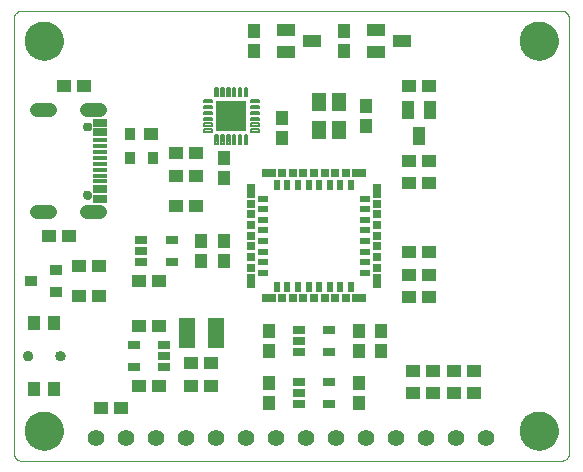
<source format=gts>
G75*
%MOIN*%
%OFA0B0*%
%FSLAX25Y25*%
%IPPOS*%
%LPD*%
%AMOC8*
5,1,8,0,0,1.08239X$1,22.5*
%
%ADD10C,0.00000*%
%ADD11C,0.12998*%
%ADD12R,0.04337X0.04731*%
%ADD13R,0.04731X0.04337*%
%ADD14C,0.05550*%
%ADD15R,0.03550X0.03943*%
%ADD16R,0.05124X0.03943*%
%ADD17R,0.03707X0.02369*%
%ADD18R,0.02369X0.03707*%
%ADD19R,0.02959X0.04731*%
%ADD20R,0.02959X0.02959*%
%ADD21R,0.04731X0.02959*%
%ADD22R,0.05518X0.10439*%
%ADD23R,0.04337X0.05124*%
%ADD24C,0.03353*%
%ADD25R,0.05912X0.04337*%
%ADD26R,0.04337X0.05912*%
%ADD27R,0.04337X0.02565*%
%ADD28R,0.05124X0.06306*%
%ADD29C,0.00751*%
%ADD30R,0.09849X0.09849*%
%ADD31C,0.04762*%
%ADD32C,0.02959*%
%ADD33R,0.04928X0.02762*%
%ADD34R,0.04928X0.01581*%
%ADD35R,0.03943X0.03550*%
D10*
X0005343Y0035785D02*
X0185343Y0035785D01*
X0185441Y0035787D01*
X0185539Y0035793D01*
X0185637Y0035802D01*
X0185734Y0035816D01*
X0185831Y0035833D01*
X0185927Y0035854D01*
X0186022Y0035879D01*
X0186116Y0035907D01*
X0186208Y0035940D01*
X0186300Y0035975D01*
X0186390Y0036015D01*
X0186478Y0036057D01*
X0186565Y0036104D01*
X0186649Y0036153D01*
X0186732Y0036206D01*
X0186812Y0036262D01*
X0186891Y0036322D01*
X0186967Y0036384D01*
X0187040Y0036449D01*
X0187111Y0036517D01*
X0187179Y0036588D01*
X0187244Y0036661D01*
X0187306Y0036737D01*
X0187366Y0036816D01*
X0187422Y0036896D01*
X0187475Y0036979D01*
X0187524Y0037063D01*
X0187571Y0037150D01*
X0187613Y0037238D01*
X0187653Y0037328D01*
X0187688Y0037420D01*
X0187721Y0037512D01*
X0187749Y0037606D01*
X0187774Y0037701D01*
X0187795Y0037797D01*
X0187812Y0037894D01*
X0187826Y0037991D01*
X0187835Y0038089D01*
X0187841Y0038187D01*
X0187843Y0038285D01*
X0187843Y0183285D01*
X0187841Y0183383D01*
X0187835Y0183481D01*
X0187826Y0183579D01*
X0187812Y0183676D01*
X0187795Y0183773D01*
X0187774Y0183869D01*
X0187749Y0183964D01*
X0187721Y0184058D01*
X0187688Y0184150D01*
X0187653Y0184242D01*
X0187613Y0184332D01*
X0187571Y0184420D01*
X0187524Y0184507D01*
X0187475Y0184591D01*
X0187422Y0184674D01*
X0187366Y0184754D01*
X0187306Y0184833D01*
X0187244Y0184909D01*
X0187179Y0184982D01*
X0187111Y0185053D01*
X0187040Y0185121D01*
X0186967Y0185186D01*
X0186891Y0185248D01*
X0186812Y0185308D01*
X0186732Y0185364D01*
X0186649Y0185417D01*
X0186565Y0185466D01*
X0186478Y0185513D01*
X0186390Y0185555D01*
X0186300Y0185595D01*
X0186208Y0185630D01*
X0186116Y0185663D01*
X0186022Y0185691D01*
X0185927Y0185716D01*
X0185831Y0185737D01*
X0185734Y0185754D01*
X0185637Y0185768D01*
X0185539Y0185777D01*
X0185441Y0185783D01*
X0185343Y0185785D01*
X0005343Y0185785D01*
X0005245Y0185783D01*
X0005147Y0185777D01*
X0005049Y0185768D01*
X0004952Y0185754D01*
X0004855Y0185737D01*
X0004759Y0185716D01*
X0004664Y0185691D01*
X0004570Y0185663D01*
X0004478Y0185630D01*
X0004386Y0185595D01*
X0004296Y0185555D01*
X0004208Y0185513D01*
X0004121Y0185466D01*
X0004037Y0185417D01*
X0003954Y0185364D01*
X0003874Y0185308D01*
X0003795Y0185248D01*
X0003719Y0185186D01*
X0003646Y0185121D01*
X0003575Y0185053D01*
X0003507Y0184982D01*
X0003442Y0184909D01*
X0003380Y0184833D01*
X0003320Y0184754D01*
X0003264Y0184674D01*
X0003211Y0184591D01*
X0003162Y0184507D01*
X0003115Y0184420D01*
X0003073Y0184332D01*
X0003033Y0184242D01*
X0002998Y0184150D01*
X0002965Y0184058D01*
X0002937Y0183964D01*
X0002912Y0183869D01*
X0002891Y0183773D01*
X0002874Y0183676D01*
X0002860Y0183579D01*
X0002851Y0183481D01*
X0002845Y0183383D01*
X0002843Y0183285D01*
X0002843Y0038285D01*
X0002845Y0038187D01*
X0002851Y0038089D01*
X0002860Y0037991D01*
X0002874Y0037894D01*
X0002891Y0037797D01*
X0002912Y0037701D01*
X0002937Y0037606D01*
X0002965Y0037512D01*
X0002998Y0037420D01*
X0003033Y0037328D01*
X0003073Y0037238D01*
X0003115Y0037150D01*
X0003162Y0037063D01*
X0003211Y0036979D01*
X0003264Y0036896D01*
X0003320Y0036816D01*
X0003380Y0036737D01*
X0003442Y0036661D01*
X0003507Y0036588D01*
X0003575Y0036517D01*
X0003646Y0036449D01*
X0003719Y0036384D01*
X0003795Y0036322D01*
X0003874Y0036262D01*
X0003954Y0036206D01*
X0004037Y0036153D01*
X0004121Y0036104D01*
X0004208Y0036057D01*
X0004296Y0036015D01*
X0004386Y0035975D01*
X0004478Y0035940D01*
X0004570Y0035907D01*
X0004664Y0035879D01*
X0004759Y0035854D01*
X0004855Y0035833D01*
X0004952Y0035816D01*
X0005049Y0035802D01*
X0005147Y0035793D01*
X0005245Y0035787D01*
X0005343Y0035785D01*
X0006544Y0045785D02*
X0006546Y0045943D01*
X0006552Y0046101D01*
X0006562Y0046259D01*
X0006576Y0046417D01*
X0006594Y0046574D01*
X0006615Y0046731D01*
X0006641Y0046887D01*
X0006671Y0047043D01*
X0006704Y0047198D01*
X0006742Y0047351D01*
X0006783Y0047504D01*
X0006828Y0047656D01*
X0006877Y0047807D01*
X0006930Y0047956D01*
X0006986Y0048104D01*
X0007046Y0048250D01*
X0007110Y0048395D01*
X0007178Y0048538D01*
X0007249Y0048680D01*
X0007323Y0048820D01*
X0007401Y0048957D01*
X0007483Y0049093D01*
X0007567Y0049227D01*
X0007656Y0049358D01*
X0007747Y0049487D01*
X0007842Y0049614D01*
X0007939Y0049739D01*
X0008040Y0049861D01*
X0008144Y0049980D01*
X0008251Y0050097D01*
X0008361Y0050211D01*
X0008474Y0050322D01*
X0008589Y0050431D01*
X0008707Y0050536D01*
X0008828Y0050638D01*
X0008951Y0050738D01*
X0009077Y0050834D01*
X0009205Y0050927D01*
X0009335Y0051017D01*
X0009468Y0051103D01*
X0009603Y0051187D01*
X0009739Y0051266D01*
X0009878Y0051343D01*
X0010019Y0051415D01*
X0010161Y0051485D01*
X0010305Y0051550D01*
X0010451Y0051612D01*
X0010598Y0051670D01*
X0010747Y0051725D01*
X0010897Y0051776D01*
X0011048Y0051823D01*
X0011200Y0051866D01*
X0011353Y0051905D01*
X0011508Y0051941D01*
X0011663Y0051972D01*
X0011819Y0052000D01*
X0011975Y0052024D01*
X0012132Y0052044D01*
X0012290Y0052060D01*
X0012447Y0052072D01*
X0012606Y0052080D01*
X0012764Y0052084D01*
X0012922Y0052084D01*
X0013080Y0052080D01*
X0013239Y0052072D01*
X0013396Y0052060D01*
X0013554Y0052044D01*
X0013711Y0052024D01*
X0013867Y0052000D01*
X0014023Y0051972D01*
X0014178Y0051941D01*
X0014333Y0051905D01*
X0014486Y0051866D01*
X0014638Y0051823D01*
X0014789Y0051776D01*
X0014939Y0051725D01*
X0015088Y0051670D01*
X0015235Y0051612D01*
X0015381Y0051550D01*
X0015525Y0051485D01*
X0015667Y0051415D01*
X0015808Y0051343D01*
X0015947Y0051266D01*
X0016083Y0051187D01*
X0016218Y0051103D01*
X0016351Y0051017D01*
X0016481Y0050927D01*
X0016609Y0050834D01*
X0016735Y0050738D01*
X0016858Y0050638D01*
X0016979Y0050536D01*
X0017097Y0050431D01*
X0017212Y0050322D01*
X0017325Y0050211D01*
X0017435Y0050097D01*
X0017542Y0049980D01*
X0017646Y0049861D01*
X0017747Y0049739D01*
X0017844Y0049614D01*
X0017939Y0049487D01*
X0018030Y0049358D01*
X0018119Y0049227D01*
X0018203Y0049093D01*
X0018285Y0048957D01*
X0018363Y0048820D01*
X0018437Y0048680D01*
X0018508Y0048538D01*
X0018576Y0048395D01*
X0018640Y0048250D01*
X0018700Y0048104D01*
X0018756Y0047956D01*
X0018809Y0047807D01*
X0018858Y0047656D01*
X0018903Y0047504D01*
X0018944Y0047351D01*
X0018982Y0047198D01*
X0019015Y0047043D01*
X0019045Y0046887D01*
X0019071Y0046731D01*
X0019092Y0046574D01*
X0019110Y0046417D01*
X0019124Y0046259D01*
X0019134Y0046101D01*
X0019140Y0045943D01*
X0019142Y0045785D01*
X0019140Y0045627D01*
X0019134Y0045469D01*
X0019124Y0045311D01*
X0019110Y0045153D01*
X0019092Y0044996D01*
X0019071Y0044839D01*
X0019045Y0044683D01*
X0019015Y0044527D01*
X0018982Y0044372D01*
X0018944Y0044219D01*
X0018903Y0044066D01*
X0018858Y0043914D01*
X0018809Y0043763D01*
X0018756Y0043614D01*
X0018700Y0043466D01*
X0018640Y0043320D01*
X0018576Y0043175D01*
X0018508Y0043032D01*
X0018437Y0042890D01*
X0018363Y0042750D01*
X0018285Y0042613D01*
X0018203Y0042477D01*
X0018119Y0042343D01*
X0018030Y0042212D01*
X0017939Y0042083D01*
X0017844Y0041956D01*
X0017747Y0041831D01*
X0017646Y0041709D01*
X0017542Y0041590D01*
X0017435Y0041473D01*
X0017325Y0041359D01*
X0017212Y0041248D01*
X0017097Y0041139D01*
X0016979Y0041034D01*
X0016858Y0040932D01*
X0016735Y0040832D01*
X0016609Y0040736D01*
X0016481Y0040643D01*
X0016351Y0040553D01*
X0016218Y0040467D01*
X0016083Y0040383D01*
X0015947Y0040304D01*
X0015808Y0040227D01*
X0015667Y0040155D01*
X0015525Y0040085D01*
X0015381Y0040020D01*
X0015235Y0039958D01*
X0015088Y0039900D01*
X0014939Y0039845D01*
X0014789Y0039794D01*
X0014638Y0039747D01*
X0014486Y0039704D01*
X0014333Y0039665D01*
X0014178Y0039629D01*
X0014023Y0039598D01*
X0013867Y0039570D01*
X0013711Y0039546D01*
X0013554Y0039526D01*
X0013396Y0039510D01*
X0013239Y0039498D01*
X0013080Y0039490D01*
X0012922Y0039486D01*
X0012764Y0039486D01*
X0012606Y0039490D01*
X0012447Y0039498D01*
X0012290Y0039510D01*
X0012132Y0039526D01*
X0011975Y0039546D01*
X0011819Y0039570D01*
X0011663Y0039598D01*
X0011508Y0039629D01*
X0011353Y0039665D01*
X0011200Y0039704D01*
X0011048Y0039747D01*
X0010897Y0039794D01*
X0010747Y0039845D01*
X0010598Y0039900D01*
X0010451Y0039958D01*
X0010305Y0040020D01*
X0010161Y0040085D01*
X0010019Y0040155D01*
X0009878Y0040227D01*
X0009739Y0040304D01*
X0009603Y0040383D01*
X0009468Y0040467D01*
X0009335Y0040553D01*
X0009205Y0040643D01*
X0009077Y0040736D01*
X0008951Y0040832D01*
X0008828Y0040932D01*
X0008707Y0041034D01*
X0008589Y0041139D01*
X0008474Y0041248D01*
X0008361Y0041359D01*
X0008251Y0041473D01*
X0008144Y0041590D01*
X0008040Y0041709D01*
X0007939Y0041831D01*
X0007842Y0041956D01*
X0007747Y0042083D01*
X0007656Y0042212D01*
X0007567Y0042343D01*
X0007483Y0042477D01*
X0007401Y0042613D01*
X0007323Y0042750D01*
X0007249Y0042890D01*
X0007178Y0043032D01*
X0007110Y0043175D01*
X0007046Y0043320D01*
X0006986Y0043466D01*
X0006930Y0043614D01*
X0006877Y0043763D01*
X0006828Y0043914D01*
X0006783Y0044066D01*
X0006742Y0044219D01*
X0006704Y0044372D01*
X0006671Y0044527D01*
X0006641Y0044683D01*
X0006615Y0044839D01*
X0006594Y0044996D01*
X0006576Y0045153D01*
X0006562Y0045311D01*
X0006552Y0045469D01*
X0006546Y0045627D01*
X0006544Y0045785D01*
X0005953Y0070785D02*
X0005955Y0070862D01*
X0005961Y0070938D01*
X0005971Y0071014D01*
X0005985Y0071089D01*
X0006002Y0071164D01*
X0006024Y0071237D01*
X0006049Y0071310D01*
X0006079Y0071381D01*
X0006111Y0071450D01*
X0006148Y0071517D01*
X0006187Y0071583D01*
X0006230Y0071646D01*
X0006277Y0071707D01*
X0006326Y0071766D01*
X0006379Y0071822D01*
X0006434Y0071875D01*
X0006492Y0071925D01*
X0006552Y0071972D01*
X0006615Y0072016D01*
X0006680Y0072057D01*
X0006747Y0072094D01*
X0006816Y0072128D01*
X0006886Y0072158D01*
X0006958Y0072184D01*
X0007032Y0072206D01*
X0007106Y0072225D01*
X0007181Y0072240D01*
X0007257Y0072251D01*
X0007333Y0072258D01*
X0007410Y0072261D01*
X0007486Y0072260D01*
X0007563Y0072255D01*
X0007639Y0072246D01*
X0007715Y0072233D01*
X0007789Y0072216D01*
X0007863Y0072196D01*
X0007936Y0072171D01*
X0008007Y0072143D01*
X0008077Y0072111D01*
X0008145Y0072076D01*
X0008211Y0072037D01*
X0008275Y0071995D01*
X0008336Y0071949D01*
X0008396Y0071900D01*
X0008452Y0071849D01*
X0008506Y0071794D01*
X0008557Y0071737D01*
X0008605Y0071677D01*
X0008650Y0071615D01*
X0008691Y0071550D01*
X0008729Y0071484D01*
X0008764Y0071416D01*
X0008794Y0071345D01*
X0008822Y0071274D01*
X0008845Y0071201D01*
X0008865Y0071127D01*
X0008881Y0071052D01*
X0008893Y0070976D01*
X0008901Y0070900D01*
X0008905Y0070823D01*
X0008905Y0070747D01*
X0008901Y0070670D01*
X0008893Y0070594D01*
X0008881Y0070518D01*
X0008865Y0070443D01*
X0008845Y0070369D01*
X0008822Y0070296D01*
X0008794Y0070225D01*
X0008764Y0070154D01*
X0008729Y0070086D01*
X0008691Y0070020D01*
X0008650Y0069955D01*
X0008605Y0069893D01*
X0008557Y0069833D01*
X0008506Y0069776D01*
X0008452Y0069721D01*
X0008396Y0069670D01*
X0008336Y0069621D01*
X0008275Y0069575D01*
X0008211Y0069533D01*
X0008145Y0069494D01*
X0008077Y0069459D01*
X0008007Y0069427D01*
X0007936Y0069399D01*
X0007863Y0069374D01*
X0007789Y0069354D01*
X0007715Y0069337D01*
X0007639Y0069324D01*
X0007563Y0069315D01*
X0007486Y0069310D01*
X0007410Y0069309D01*
X0007333Y0069312D01*
X0007257Y0069319D01*
X0007181Y0069330D01*
X0007106Y0069345D01*
X0007032Y0069364D01*
X0006958Y0069386D01*
X0006886Y0069412D01*
X0006816Y0069442D01*
X0006747Y0069476D01*
X0006680Y0069513D01*
X0006615Y0069554D01*
X0006552Y0069598D01*
X0006492Y0069645D01*
X0006434Y0069695D01*
X0006379Y0069748D01*
X0006326Y0069804D01*
X0006277Y0069863D01*
X0006230Y0069924D01*
X0006187Y0069987D01*
X0006148Y0070053D01*
X0006111Y0070120D01*
X0006079Y0070189D01*
X0006049Y0070260D01*
X0006024Y0070333D01*
X0006002Y0070406D01*
X0005985Y0070481D01*
X0005971Y0070556D01*
X0005961Y0070632D01*
X0005955Y0070708D01*
X0005953Y0070785D01*
X0016780Y0070785D02*
X0016782Y0070862D01*
X0016788Y0070938D01*
X0016798Y0071014D01*
X0016812Y0071089D01*
X0016829Y0071164D01*
X0016851Y0071237D01*
X0016876Y0071310D01*
X0016906Y0071381D01*
X0016938Y0071450D01*
X0016975Y0071517D01*
X0017014Y0071583D01*
X0017057Y0071646D01*
X0017104Y0071707D01*
X0017153Y0071766D01*
X0017206Y0071822D01*
X0017261Y0071875D01*
X0017319Y0071925D01*
X0017379Y0071972D01*
X0017442Y0072016D01*
X0017507Y0072057D01*
X0017574Y0072094D01*
X0017643Y0072128D01*
X0017713Y0072158D01*
X0017785Y0072184D01*
X0017859Y0072206D01*
X0017933Y0072225D01*
X0018008Y0072240D01*
X0018084Y0072251D01*
X0018160Y0072258D01*
X0018237Y0072261D01*
X0018313Y0072260D01*
X0018390Y0072255D01*
X0018466Y0072246D01*
X0018542Y0072233D01*
X0018616Y0072216D01*
X0018690Y0072196D01*
X0018763Y0072171D01*
X0018834Y0072143D01*
X0018904Y0072111D01*
X0018972Y0072076D01*
X0019038Y0072037D01*
X0019102Y0071995D01*
X0019163Y0071949D01*
X0019223Y0071900D01*
X0019279Y0071849D01*
X0019333Y0071794D01*
X0019384Y0071737D01*
X0019432Y0071677D01*
X0019477Y0071615D01*
X0019518Y0071550D01*
X0019556Y0071484D01*
X0019591Y0071416D01*
X0019621Y0071345D01*
X0019649Y0071274D01*
X0019672Y0071201D01*
X0019692Y0071127D01*
X0019708Y0071052D01*
X0019720Y0070976D01*
X0019728Y0070900D01*
X0019732Y0070823D01*
X0019732Y0070747D01*
X0019728Y0070670D01*
X0019720Y0070594D01*
X0019708Y0070518D01*
X0019692Y0070443D01*
X0019672Y0070369D01*
X0019649Y0070296D01*
X0019621Y0070225D01*
X0019591Y0070154D01*
X0019556Y0070086D01*
X0019518Y0070020D01*
X0019477Y0069955D01*
X0019432Y0069893D01*
X0019384Y0069833D01*
X0019333Y0069776D01*
X0019279Y0069721D01*
X0019223Y0069670D01*
X0019163Y0069621D01*
X0019102Y0069575D01*
X0019038Y0069533D01*
X0018972Y0069494D01*
X0018904Y0069459D01*
X0018834Y0069427D01*
X0018763Y0069399D01*
X0018690Y0069374D01*
X0018616Y0069354D01*
X0018542Y0069337D01*
X0018466Y0069324D01*
X0018390Y0069315D01*
X0018313Y0069310D01*
X0018237Y0069309D01*
X0018160Y0069312D01*
X0018084Y0069319D01*
X0018008Y0069330D01*
X0017933Y0069345D01*
X0017859Y0069364D01*
X0017785Y0069386D01*
X0017713Y0069412D01*
X0017643Y0069442D01*
X0017574Y0069476D01*
X0017507Y0069513D01*
X0017442Y0069554D01*
X0017379Y0069598D01*
X0017319Y0069645D01*
X0017261Y0069695D01*
X0017206Y0069748D01*
X0017153Y0069804D01*
X0017104Y0069863D01*
X0017057Y0069924D01*
X0017014Y0069987D01*
X0016975Y0070053D01*
X0016938Y0070120D01*
X0016906Y0070189D01*
X0016876Y0070260D01*
X0016851Y0070333D01*
X0016829Y0070406D01*
X0016812Y0070481D01*
X0016798Y0070556D01*
X0016788Y0070632D01*
X0016782Y0070708D01*
X0016780Y0070785D01*
X0026051Y0124407D02*
X0026053Y0124478D01*
X0026059Y0124549D01*
X0026069Y0124620D01*
X0026083Y0124689D01*
X0026100Y0124758D01*
X0026122Y0124826D01*
X0026147Y0124893D01*
X0026176Y0124958D01*
X0026208Y0125021D01*
X0026244Y0125083D01*
X0026283Y0125142D01*
X0026326Y0125199D01*
X0026371Y0125254D01*
X0026420Y0125306D01*
X0026471Y0125355D01*
X0026525Y0125401D01*
X0026582Y0125445D01*
X0026640Y0125485D01*
X0026701Y0125521D01*
X0026764Y0125555D01*
X0026829Y0125584D01*
X0026895Y0125610D01*
X0026963Y0125633D01*
X0027031Y0125651D01*
X0027101Y0125666D01*
X0027171Y0125677D01*
X0027242Y0125684D01*
X0027313Y0125687D01*
X0027384Y0125686D01*
X0027455Y0125681D01*
X0027526Y0125672D01*
X0027596Y0125659D01*
X0027665Y0125643D01*
X0027733Y0125622D01*
X0027800Y0125598D01*
X0027866Y0125570D01*
X0027929Y0125538D01*
X0027991Y0125503D01*
X0028051Y0125465D01*
X0028109Y0125423D01*
X0028164Y0125379D01*
X0028217Y0125331D01*
X0028267Y0125280D01*
X0028314Y0125227D01*
X0028358Y0125171D01*
X0028399Y0125113D01*
X0028437Y0125052D01*
X0028471Y0124990D01*
X0028501Y0124925D01*
X0028528Y0124860D01*
X0028552Y0124792D01*
X0028571Y0124724D01*
X0028587Y0124655D01*
X0028599Y0124584D01*
X0028607Y0124514D01*
X0028611Y0124443D01*
X0028611Y0124371D01*
X0028607Y0124300D01*
X0028599Y0124230D01*
X0028587Y0124159D01*
X0028571Y0124090D01*
X0028552Y0124022D01*
X0028528Y0123954D01*
X0028501Y0123889D01*
X0028471Y0123824D01*
X0028437Y0123762D01*
X0028399Y0123701D01*
X0028358Y0123643D01*
X0028314Y0123587D01*
X0028267Y0123534D01*
X0028217Y0123483D01*
X0028164Y0123435D01*
X0028109Y0123391D01*
X0028051Y0123349D01*
X0027991Y0123311D01*
X0027929Y0123276D01*
X0027866Y0123244D01*
X0027800Y0123216D01*
X0027733Y0123192D01*
X0027665Y0123171D01*
X0027596Y0123155D01*
X0027526Y0123142D01*
X0027455Y0123133D01*
X0027384Y0123128D01*
X0027313Y0123127D01*
X0027242Y0123130D01*
X0027171Y0123137D01*
X0027101Y0123148D01*
X0027031Y0123163D01*
X0026963Y0123181D01*
X0026895Y0123204D01*
X0026829Y0123230D01*
X0026764Y0123259D01*
X0026701Y0123293D01*
X0026640Y0123329D01*
X0026582Y0123369D01*
X0026525Y0123413D01*
X0026471Y0123459D01*
X0026420Y0123508D01*
X0026371Y0123560D01*
X0026326Y0123615D01*
X0026283Y0123672D01*
X0026244Y0123731D01*
X0026208Y0123793D01*
X0026176Y0123856D01*
X0026147Y0123921D01*
X0026122Y0123988D01*
X0026100Y0124056D01*
X0026083Y0124125D01*
X0026069Y0124194D01*
X0026059Y0124265D01*
X0026053Y0124336D01*
X0026051Y0124407D01*
X0026051Y0147163D02*
X0026053Y0147234D01*
X0026059Y0147305D01*
X0026069Y0147376D01*
X0026083Y0147445D01*
X0026100Y0147514D01*
X0026122Y0147582D01*
X0026147Y0147649D01*
X0026176Y0147714D01*
X0026208Y0147777D01*
X0026244Y0147839D01*
X0026283Y0147898D01*
X0026326Y0147955D01*
X0026371Y0148010D01*
X0026420Y0148062D01*
X0026471Y0148111D01*
X0026525Y0148157D01*
X0026582Y0148201D01*
X0026640Y0148241D01*
X0026701Y0148277D01*
X0026764Y0148311D01*
X0026829Y0148340D01*
X0026895Y0148366D01*
X0026963Y0148389D01*
X0027031Y0148407D01*
X0027101Y0148422D01*
X0027171Y0148433D01*
X0027242Y0148440D01*
X0027313Y0148443D01*
X0027384Y0148442D01*
X0027455Y0148437D01*
X0027526Y0148428D01*
X0027596Y0148415D01*
X0027665Y0148399D01*
X0027733Y0148378D01*
X0027800Y0148354D01*
X0027866Y0148326D01*
X0027929Y0148294D01*
X0027991Y0148259D01*
X0028051Y0148221D01*
X0028109Y0148179D01*
X0028164Y0148135D01*
X0028217Y0148087D01*
X0028267Y0148036D01*
X0028314Y0147983D01*
X0028358Y0147927D01*
X0028399Y0147869D01*
X0028437Y0147808D01*
X0028471Y0147746D01*
X0028501Y0147681D01*
X0028528Y0147616D01*
X0028552Y0147548D01*
X0028571Y0147480D01*
X0028587Y0147411D01*
X0028599Y0147340D01*
X0028607Y0147270D01*
X0028611Y0147199D01*
X0028611Y0147127D01*
X0028607Y0147056D01*
X0028599Y0146986D01*
X0028587Y0146915D01*
X0028571Y0146846D01*
X0028552Y0146778D01*
X0028528Y0146710D01*
X0028501Y0146645D01*
X0028471Y0146580D01*
X0028437Y0146518D01*
X0028399Y0146457D01*
X0028358Y0146399D01*
X0028314Y0146343D01*
X0028267Y0146290D01*
X0028217Y0146239D01*
X0028164Y0146191D01*
X0028109Y0146147D01*
X0028051Y0146105D01*
X0027991Y0146067D01*
X0027929Y0146032D01*
X0027866Y0146000D01*
X0027800Y0145972D01*
X0027733Y0145948D01*
X0027665Y0145927D01*
X0027596Y0145911D01*
X0027526Y0145898D01*
X0027455Y0145889D01*
X0027384Y0145884D01*
X0027313Y0145883D01*
X0027242Y0145886D01*
X0027171Y0145893D01*
X0027101Y0145904D01*
X0027031Y0145919D01*
X0026963Y0145937D01*
X0026895Y0145960D01*
X0026829Y0145986D01*
X0026764Y0146015D01*
X0026701Y0146049D01*
X0026640Y0146085D01*
X0026582Y0146125D01*
X0026525Y0146169D01*
X0026471Y0146215D01*
X0026420Y0146264D01*
X0026371Y0146316D01*
X0026326Y0146371D01*
X0026283Y0146428D01*
X0026244Y0146487D01*
X0026208Y0146549D01*
X0026176Y0146612D01*
X0026147Y0146677D01*
X0026122Y0146744D01*
X0026100Y0146812D01*
X0026083Y0146881D01*
X0026069Y0146950D01*
X0026059Y0147021D01*
X0026053Y0147092D01*
X0026051Y0147163D01*
X0006544Y0175785D02*
X0006546Y0175943D01*
X0006552Y0176101D01*
X0006562Y0176259D01*
X0006576Y0176417D01*
X0006594Y0176574D01*
X0006615Y0176731D01*
X0006641Y0176887D01*
X0006671Y0177043D01*
X0006704Y0177198D01*
X0006742Y0177351D01*
X0006783Y0177504D01*
X0006828Y0177656D01*
X0006877Y0177807D01*
X0006930Y0177956D01*
X0006986Y0178104D01*
X0007046Y0178250D01*
X0007110Y0178395D01*
X0007178Y0178538D01*
X0007249Y0178680D01*
X0007323Y0178820D01*
X0007401Y0178957D01*
X0007483Y0179093D01*
X0007567Y0179227D01*
X0007656Y0179358D01*
X0007747Y0179487D01*
X0007842Y0179614D01*
X0007939Y0179739D01*
X0008040Y0179861D01*
X0008144Y0179980D01*
X0008251Y0180097D01*
X0008361Y0180211D01*
X0008474Y0180322D01*
X0008589Y0180431D01*
X0008707Y0180536D01*
X0008828Y0180638D01*
X0008951Y0180738D01*
X0009077Y0180834D01*
X0009205Y0180927D01*
X0009335Y0181017D01*
X0009468Y0181103D01*
X0009603Y0181187D01*
X0009739Y0181266D01*
X0009878Y0181343D01*
X0010019Y0181415D01*
X0010161Y0181485D01*
X0010305Y0181550D01*
X0010451Y0181612D01*
X0010598Y0181670D01*
X0010747Y0181725D01*
X0010897Y0181776D01*
X0011048Y0181823D01*
X0011200Y0181866D01*
X0011353Y0181905D01*
X0011508Y0181941D01*
X0011663Y0181972D01*
X0011819Y0182000D01*
X0011975Y0182024D01*
X0012132Y0182044D01*
X0012290Y0182060D01*
X0012447Y0182072D01*
X0012606Y0182080D01*
X0012764Y0182084D01*
X0012922Y0182084D01*
X0013080Y0182080D01*
X0013239Y0182072D01*
X0013396Y0182060D01*
X0013554Y0182044D01*
X0013711Y0182024D01*
X0013867Y0182000D01*
X0014023Y0181972D01*
X0014178Y0181941D01*
X0014333Y0181905D01*
X0014486Y0181866D01*
X0014638Y0181823D01*
X0014789Y0181776D01*
X0014939Y0181725D01*
X0015088Y0181670D01*
X0015235Y0181612D01*
X0015381Y0181550D01*
X0015525Y0181485D01*
X0015667Y0181415D01*
X0015808Y0181343D01*
X0015947Y0181266D01*
X0016083Y0181187D01*
X0016218Y0181103D01*
X0016351Y0181017D01*
X0016481Y0180927D01*
X0016609Y0180834D01*
X0016735Y0180738D01*
X0016858Y0180638D01*
X0016979Y0180536D01*
X0017097Y0180431D01*
X0017212Y0180322D01*
X0017325Y0180211D01*
X0017435Y0180097D01*
X0017542Y0179980D01*
X0017646Y0179861D01*
X0017747Y0179739D01*
X0017844Y0179614D01*
X0017939Y0179487D01*
X0018030Y0179358D01*
X0018119Y0179227D01*
X0018203Y0179093D01*
X0018285Y0178957D01*
X0018363Y0178820D01*
X0018437Y0178680D01*
X0018508Y0178538D01*
X0018576Y0178395D01*
X0018640Y0178250D01*
X0018700Y0178104D01*
X0018756Y0177956D01*
X0018809Y0177807D01*
X0018858Y0177656D01*
X0018903Y0177504D01*
X0018944Y0177351D01*
X0018982Y0177198D01*
X0019015Y0177043D01*
X0019045Y0176887D01*
X0019071Y0176731D01*
X0019092Y0176574D01*
X0019110Y0176417D01*
X0019124Y0176259D01*
X0019134Y0176101D01*
X0019140Y0175943D01*
X0019142Y0175785D01*
X0019140Y0175627D01*
X0019134Y0175469D01*
X0019124Y0175311D01*
X0019110Y0175153D01*
X0019092Y0174996D01*
X0019071Y0174839D01*
X0019045Y0174683D01*
X0019015Y0174527D01*
X0018982Y0174372D01*
X0018944Y0174219D01*
X0018903Y0174066D01*
X0018858Y0173914D01*
X0018809Y0173763D01*
X0018756Y0173614D01*
X0018700Y0173466D01*
X0018640Y0173320D01*
X0018576Y0173175D01*
X0018508Y0173032D01*
X0018437Y0172890D01*
X0018363Y0172750D01*
X0018285Y0172613D01*
X0018203Y0172477D01*
X0018119Y0172343D01*
X0018030Y0172212D01*
X0017939Y0172083D01*
X0017844Y0171956D01*
X0017747Y0171831D01*
X0017646Y0171709D01*
X0017542Y0171590D01*
X0017435Y0171473D01*
X0017325Y0171359D01*
X0017212Y0171248D01*
X0017097Y0171139D01*
X0016979Y0171034D01*
X0016858Y0170932D01*
X0016735Y0170832D01*
X0016609Y0170736D01*
X0016481Y0170643D01*
X0016351Y0170553D01*
X0016218Y0170467D01*
X0016083Y0170383D01*
X0015947Y0170304D01*
X0015808Y0170227D01*
X0015667Y0170155D01*
X0015525Y0170085D01*
X0015381Y0170020D01*
X0015235Y0169958D01*
X0015088Y0169900D01*
X0014939Y0169845D01*
X0014789Y0169794D01*
X0014638Y0169747D01*
X0014486Y0169704D01*
X0014333Y0169665D01*
X0014178Y0169629D01*
X0014023Y0169598D01*
X0013867Y0169570D01*
X0013711Y0169546D01*
X0013554Y0169526D01*
X0013396Y0169510D01*
X0013239Y0169498D01*
X0013080Y0169490D01*
X0012922Y0169486D01*
X0012764Y0169486D01*
X0012606Y0169490D01*
X0012447Y0169498D01*
X0012290Y0169510D01*
X0012132Y0169526D01*
X0011975Y0169546D01*
X0011819Y0169570D01*
X0011663Y0169598D01*
X0011508Y0169629D01*
X0011353Y0169665D01*
X0011200Y0169704D01*
X0011048Y0169747D01*
X0010897Y0169794D01*
X0010747Y0169845D01*
X0010598Y0169900D01*
X0010451Y0169958D01*
X0010305Y0170020D01*
X0010161Y0170085D01*
X0010019Y0170155D01*
X0009878Y0170227D01*
X0009739Y0170304D01*
X0009603Y0170383D01*
X0009468Y0170467D01*
X0009335Y0170553D01*
X0009205Y0170643D01*
X0009077Y0170736D01*
X0008951Y0170832D01*
X0008828Y0170932D01*
X0008707Y0171034D01*
X0008589Y0171139D01*
X0008474Y0171248D01*
X0008361Y0171359D01*
X0008251Y0171473D01*
X0008144Y0171590D01*
X0008040Y0171709D01*
X0007939Y0171831D01*
X0007842Y0171956D01*
X0007747Y0172083D01*
X0007656Y0172212D01*
X0007567Y0172343D01*
X0007483Y0172477D01*
X0007401Y0172613D01*
X0007323Y0172750D01*
X0007249Y0172890D01*
X0007178Y0173032D01*
X0007110Y0173175D01*
X0007046Y0173320D01*
X0006986Y0173466D01*
X0006930Y0173614D01*
X0006877Y0173763D01*
X0006828Y0173914D01*
X0006783Y0174066D01*
X0006742Y0174219D01*
X0006704Y0174372D01*
X0006671Y0174527D01*
X0006641Y0174683D01*
X0006615Y0174839D01*
X0006594Y0174996D01*
X0006576Y0175153D01*
X0006562Y0175311D01*
X0006552Y0175469D01*
X0006546Y0175627D01*
X0006544Y0175785D01*
X0171544Y0175785D02*
X0171546Y0175943D01*
X0171552Y0176101D01*
X0171562Y0176259D01*
X0171576Y0176417D01*
X0171594Y0176574D01*
X0171615Y0176731D01*
X0171641Y0176887D01*
X0171671Y0177043D01*
X0171704Y0177198D01*
X0171742Y0177351D01*
X0171783Y0177504D01*
X0171828Y0177656D01*
X0171877Y0177807D01*
X0171930Y0177956D01*
X0171986Y0178104D01*
X0172046Y0178250D01*
X0172110Y0178395D01*
X0172178Y0178538D01*
X0172249Y0178680D01*
X0172323Y0178820D01*
X0172401Y0178957D01*
X0172483Y0179093D01*
X0172567Y0179227D01*
X0172656Y0179358D01*
X0172747Y0179487D01*
X0172842Y0179614D01*
X0172939Y0179739D01*
X0173040Y0179861D01*
X0173144Y0179980D01*
X0173251Y0180097D01*
X0173361Y0180211D01*
X0173474Y0180322D01*
X0173589Y0180431D01*
X0173707Y0180536D01*
X0173828Y0180638D01*
X0173951Y0180738D01*
X0174077Y0180834D01*
X0174205Y0180927D01*
X0174335Y0181017D01*
X0174468Y0181103D01*
X0174603Y0181187D01*
X0174739Y0181266D01*
X0174878Y0181343D01*
X0175019Y0181415D01*
X0175161Y0181485D01*
X0175305Y0181550D01*
X0175451Y0181612D01*
X0175598Y0181670D01*
X0175747Y0181725D01*
X0175897Y0181776D01*
X0176048Y0181823D01*
X0176200Y0181866D01*
X0176353Y0181905D01*
X0176508Y0181941D01*
X0176663Y0181972D01*
X0176819Y0182000D01*
X0176975Y0182024D01*
X0177132Y0182044D01*
X0177290Y0182060D01*
X0177447Y0182072D01*
X0177606Y0182080D01*
X0177764Y0182084D01*
X0177922Y0182084D01*
X0178080Y0182080D01*
X0178239Y0182072D01*
X0178396Y0182060D01*
X0178554Y0182044D01*
X0178711Y0182024D01*
X0178867Y0182000D01*
X0179023Y0181972D01*
X0179178Y0181941D01*
X0179333Y0181905D01*
X0179486Y0181866D01*
X0179638Y0181823D01*
X0179789Y0181776D01*
X0179939Y0181725D01*
X0180088Y0181670D01*
X0180235Y0181612D01*
X0180381Y0181550D01*
X0180525Y0181485D01*
X0180667Y0181415D01*
X0180808Y0181343D01*
X0180947Y0181266D01*
X0181083Y0181187D01*
X0181218Y0181103D01*
X0181351Y0181017D01*
X0181481Y0180927D01*
X0181609Y0180834D01*
X0181735Y0180738D01*
X0181858Y0180638D01*
X0181979Y0180536D01*
X0182097Y0180431D01*
X0182212Y0180322D01*
X0182325Y0180211D01*
X0182435Y0180097D01*
X0182542Y0179980D01*
X0182646Y0179861D01*
X0182747Y0179739D01*
X0182844Y0179614D01*
X0182939Y0179487D01*
X0183030Y0179358D01*
X0183119Y0179227D01*
X0183203Y0179093D01*
X0183285Y0178957D01*
X0183363Y0178820D01*
X0183437Y0178680D01*
X0183508Y0178538D01*
X0183576Y0178395D01*
X0183640Y0178250D01*
X0183700Y0178104D01*
X0183756Y0177956D01*
X0183809Y0177807D01*
X0183858Y0177656D01*
X0183903Y0177504D01*
X0183944Y0177351D01*
X0183982Y0177198D01*
X0184015Y0177043D01*
X0184045Y0176887D01*
X0184071Y0176731D01*
X0184092Y0176574D01*
X0184110Y0176417D01*
X0184124Y0176259D01*
X0184134Y0176101D01*
X0184140Y0175943D01*
X0184142Y0175785D01*
X0184140Y0175627D01*
X0184134Y0175469D01*
X0184124Y0175311D01*
X0184110Y0175153D01*
X0184092Y0174996D01*
X0184071Y0174839D01*
X0184045Y0174683D01*
X0184015Y0174527D01*
X0183982Y0174372D01*
X0183944Y0174219D01*
X0183903Y0174066D01*
X0183858Y0173914D01*
X0183809Y0173763D01*
X0183756Y0173614D01*
X0183700Y0173466D01*
X0183640Y0173320D01*
X0183576Y0173175D01*
X0183508Y0173032D01*
X0183437Y0172890D01*
X0183363Y0172750D01*
X0183285Y0172613D01*
X0183203Y0172477D01*
X0183119Y0172343D01*
X0183030Y0172212D01*
X0182939Y0172083D01*
X0182844Y0171956D01*
X0182747Y0171831D01*
X0182646Y0171709D01*
X0182542Y0171590D01*
X0182435Y0171473D01*
X0182325Y0171359D01*
X0182212Y0171248D01*
X0182097Y0171139D01*
X0181979Y0171034D01*
X0181858Y0170932D01*
X0181735Y0170832D01*
X0181609Y0170736D01*
X0181481Y0170643D01*
X0181351Y0170553D01*
X0181218Y0170467D01*
X0181083Y0170383D01*
X0180947Y0170304D01*
X0180808Y0170227D01*
X0180667Y0170155D01*
X0180525Y0170085D01*
X0180381Y0170020D01*
X0180235Y0169958D01*
X0180088Y0169900D01*
X0179939Y0169845D01*
X0179789Y0169794D01*
X0179638Y0169747D01*
X0179486Y0169704D01*
X0179333Y0169665D01*
X0179178Y0169629D01*
X0179023Y0169598D01*
X0178867Y0169570D01*
X0178711Y0169546D01*
X0178554Y0169526D01*
X0178396Y0169510D01*
X0178239Y0169498D01*
X0178080Y0169490D01*
X0177922Y0169486D01*
X0177764Y0169486D01*
X0177606Y0169490D01*
X0177447Y0169498D01*
X0177290Y0169510D01*
X0177132Y0169526D01*
X0176975Y0169546D01*
X0176819Y0169570D01*
X0176663Y0169598D01*
X0176508Y0169629D01*
X0176353Y0169665D01*
X0176200Y0169704D01*
X0176048Y0169747D01*
X0175897Y0169794D01*
X0175747Y0169845D01*
X0175598Y0169900D01*
X0175451Y0169958D01*
X0175305Y0170020D01*
X0175161Y0170085D01*
X0175019Y0170155D01*
X0174878Y0170227D01*
X0174739Y0170304D01*
X0174603Y0170383D01*
X0174468Y0170467D01*
X0174335Y0170553D01*
X0174205Y0170643D01*
X0174077Y0170736D01*
X0173951Y0170832D01*
X0173828Y0170932D01*
X0173707Y0171034D01*
X0173589Y0171139D01*
X0173474Y0171248D01*
X0173361Y0171359D01*
X0173251Y0171473D01*
X0173144Y0171590D01*
X0173040Y0171709D01*
X0172939Y0171831D01*
X0172842Y0171956D01*
X0172747Y0172083D01*
X0172656Y0172212D01*
X0172567Y0172343D01*
X0172483Y0172477D01*
X0172401Y0172613D01*
X0172323Y0172750D01*
X0172249Y0172890D01*
X0172178Y0173032D01*
X0172110Y0173175D01*
X0172046Y0173320D01*
X0171986Y0173466D01*
X0171930Y0173614D01*
X0171877Y0173763D01*
X0171828Y0173914D01*
X0171783Y0174066D01*
X0171742Y0174219D01*
X0171704Y0174372D01*
X0171671Y0174527D01*
X0171641Y0174683D01*
X0171615Y0174839D01*
X0171594Y0174996D01*
X0171576Y0175153D01*
X0171562Y0175311D01*
X0171552Y0175469D01*
X0171546Y0175627D01*
X0171544Y0175785D01*
X0171544Y0045785D02*
X0171546Y0045943D01*
X0171552Y0046101D01*
X0171562Y0046259D01*
X0171576Y0046417D01*
X0171594Y0046574D01*
X0171615Y0046731D01*
X0171641Y0046887D01*
X0171671Y0047043D01*
X0171704Y0047198D01*
X0171742Y0047351D01*
X0171783Y0047504D01*
X0171828Y0047656D01*
X0171877Y0047807D01*
X0171930Y0047956D01*
X0171986Y0048104D01*
X0172046Y0048250D01*
X0172110Y0048395D01*
X0172178Y0048538D01*
X0172249Y0048680D01*
X0172323Y0048820D01*
X0172401Y0048957D01*
X0172483Y0049093D01*
X0172567Y0049227D01*
X0172656Y0049358D01*
X0172747Y0049487D01*
X0172842Y0049614D01*
X0172939Y0049739D01*
X0173040Y0049861D01*
X0173144Y0049980D01*
X0173251Y0050097D01*
X0173361Y0050211D01*
X0173474Y0050322D01*
X0173589Y0050431D01*
X0173707Y0050536D01*
X0173828Y0050638D01*
X0173951Y0050738D01*
X0174077Y0050834D01*
X0174205Y0050927D01*
X0174335Y0051017D01*
X0174468Y0051103D01*
X0174603Y0051187D01*
X0174739Y0051266D01*
X0174878Y0051343D01*
X0175019Y0051415D01*
X0175161Y0051485D01*
X0175305Y0051550D01*
X0175451Y0051612D01*
X0175598Y0051670D01*
X0175747Y0051725D01*
X0175897Y0051776D01*
X0176048Y0051823D01*
X0176200Y0051866D01*
X0176353Y0051905D01*
X0176508Y0051941D01*
X0176663Y0051972D01*
X0176819Y0052000D01*
X0176975Y0052024D01*
X0177132Y0052044D01*
X0177290Y0052060D01*
X0177447Y0052072D01*
X0177606Y0052080D01*
X0177764Y0052084D01*
X0177922Y0052084D01*
X0178080Y0052080D01*
X0178239Y0052072D01*
X0178396Y0052060D01*
X0178554Y0052044D01*
X0178711Y0052024D01*
X0178867Y0052000D01*
X0179023Y0051972D01*
X0179178Y0051941D01*
X0179333Y0051905D01*
X0179486Y0051866D01*
X0179638Y0051823D01*
X0179789Y0051776D01*
X0179939Y0051725D01*
X0180088Y0051670D01*
X0180235Y0051612D01*
X0180381Y0051550D01*
X0180525Y0051485D01*
X0180667Y0051415D01*
X0180808Y0051343D01*
X0180947Y0051266D01*
X0181083Y0051187D01*
X0181218Y0051103D01*
X0181351Y0051017D01*
X0181481Y0050927D01*
X0181609Y0050834D01*
X0181735Y0050738D01*
X0181858Y0050638D01*
X0181979Y0050536D01*
X0182097Y0050431D01*
X0182212Y0050322D01*
X0182325Y0050211D01*
X0182435Y0050097D01*
X0182542Y0049980D01*
X0182646Y0049861D01*
X0182747Y0049739D01*
X0182844Y0049614D01*
X0182939Y0049487D01*
X0183030Y0049358D01*
X0183119Y0049227D01*
X0183203Y0049093D01*
X0183285Y0048957D01*
X0183363Y0048820D01*
X0183437Y0048680D01*
X0183508Y0048538D01*
X0183576Y0048395D01*
X0183640Y0048250D01*
X0183700Y0048104D01*
X0183756Y0047956D01*
X0183809Y0047807D01*
X0183858Y0047656D01*
X0183903Y0047504D01*
X0183944Y0047351D01*
X0183982Y0047198D01*
X0184015Y0047043D01*
X0184045Y0046887D01*
X0184071Y0046731D01*
X0184092Y0046574D01*
X0184110Y0046417D01*
X0184124Y0046259D01*
X0184134Y0046101D01*
X0184140Y0045943D01*
X0184142Y0045785D01*
X0184140Y0045627D01*
X0184134Y0045469D01*
X0184124Y0045311D01*
X0184110Y0045153D01*
X0184092Y0044996D01*
X0184071Y0044839D01*
X0184045Y0044683D01*
X0184015Y0044527D01*
X0183982Y0044372D01*
X0183944Y0044219D01*
X0183903Y0044066D01*
X0183858Y0043914D01*
X0183809Y0043763D01*
X0183756Y0043614D01*
X0183700Y0043466D01*
X0183640Y0043320D01*
X0183576Y0043175D01*
X0183508Y0043032D01*
X0183437Y0042890D01*
X0183363Y0042750D01*
X0183285Y0042613D01*
X0183203Y0042477D01*
X0183119Y0042343D01*
X0183030Y0042212D01*
X0182939Y0042083D01*
X0182844Y0041956D01*
X0182747Y0041831D01*
X0182646Y0041709D01*
X0182542Y0041590D01*
X0182435Y0041473D01*
X0182325Y0041359D01*
X0182212Y0041248D01*
X0182097Y0041139D01*
X0181979Y0041034D01*
X0181858Y0040932D01*
X0181735Y0040832D01*
X0181609Y0040736D01*
X0181481Y0040643D01*
X0181351Y0040553D01*
X0181218Y0040467D01*
X0181083Y0040383D01*
X0180947Y0040304D01*
X0180808Y0040227D01*
X0180667Y0040155D01*
X0180525Y0040085D01*
X0180381Y0040020D01*
X0180235Y0039958D01*
X0180088Y0039900D01*
X0179939Y0039845D01*
X0179789Y0039794D01*
X0179638Y0039747D01*
X0179486Y0039704D01*
X0179333Y0039665D01*
X0179178Y0039629D01*
X0179023Y0039598D01*
X0178867Y0039570D01*
X0178711Y0039546D01*
X0178554Y0039526D01*
X0178396Y0039510D01*
X0178239Y0039498D01*
X0178080Y0039490D01*
X0177922Y0039486D01*
X0177764Y0039486D01*
X0177606Y0039490D01*
X0177447Y0039498D01*
X0177290Y0039510D01*
X0177132Y0039526D01*
X0176975Y0039546D01*
X0176819Y0039570D01*
X0176663Y0039598D01*
X0176508Y0039629D01*
X0176353Y0039665D01*
X0176200Y0039704D01*
X0176048Y0039747D01*
X0175897Y0039794D01*
X0175747Y0039845D01*
X0175598Y0039900D01*
X0175451Y0039958D01*
X0175305Y0040020D01*
X0175161Y0040085D01*
X0175019Y0040155D01*
X0174878Y0040227D01*
X0174739Y0040304D01*
X0174603Y0040383D01*
X0174468Y0040467D01*
X0174335Y0040553D01*
X0174205Y0040643D01*
X0174077Y0040736D01*
X0173951Y0040832D01*
X0173828Y0040932D01*
X0173707Y0041034D01*
X0173589Y0041139D01*
X0173474Y0041248D01*
X0173361Y0041359D01*
X0173251Y0041473D01*
X0173144Y0041590D01*
X0173040Y0041709D01*
X0172939Y0041831D01*
X0172842Y0041956D01*
X0172747Y0042083D01*
X0172656Y0042212D01*
X0172567Y0042343D01*
X0172483Y0042477D01*
X0172401Y0042613D01*
X0172323Y0042750D01*
X0172249Y0042890D01*
X0172178Y0043032D01*
X0172110Y0043175D01*
X0172046Y0043320D01*
X0171986Y0043466D01*
X0171930Y0043614D01*
X0171877Y0043763D01*
X0171828Y0043914D01*
X0171783Y0044066D01*
X0171742Y0044219D01*
X0171704Y0044372D01*
X0171671Y0044527D01*
X0171641Y0044683D01*
X0171615Y0044839D01*
X0171594Y0044996D01*
X0171576Y0045153D01*
X0171562Y0045311D01*
X0171552Y0045469D01*
X0171546Y0045627D01*
X0171544Y0045785D01*
D11*
X0177843Y0045785D03*
X0177843Y0175785D03*
X0012843Y0175785D03*
X0012843Y0045785D03*
D12*
X0065343Y0102439D03*
X0065343Y0109132D03*
X0072843Y0109132D03*
X0072843Y0102439D03*
X0087843Y0079132D03*
X0087843Y0072439D03*
X0087843Y0061632D03*
X0087843Y0054939D03*
X0117843Y0054939D03*
X0117843Y0061632D03*
X0117843Y0072439D03*
X0117843Y0079132D03*
X0125343Y0079132D03*
X0125343Y0072439D03*
X0072843Y0129939D03*
X0072843Y0136632D03*
X0092343Y0143439D03*
X0092343Y0150132D03*
X0082843Y0172439D03*
X0082843Y0179132D03*
X0112843Y0179132D03*
X0112843Y0172439D03*
X0120343Y0154132D03*
X0120343Y0147439D03*
D13*
X0134496Y0135785D03*
X0141189Y0135785D03*
X0141189Y0128285D03*
X0134496Y0128285D03*
X0134496Y0105285D03*
X0141189Y0105285D03*
X0141189Y0097785D03*
X0134496Y0097785D03*
X0134496Y0090285D03*
X0141189Y0090285D03*
X0142689Y0065785D03*
X0149496Y0065785D03*
X0156189Y0065785D03*
X0156189Y0058285D03*
X0149496Y0058285D03*
X0142689Y0058285D03*
X0135996Y0058285D03*
X0135996Y0065785D03*
X0068689Y0068285D03*
X0061996Y0068285D03*
X0061996Y0060785D03*
X0068689Y0060785D03*
X0051189Y0060785D03*
X0044496Y0060785D03*
X0038689Y0053285D03*
X0031996Y0053285D03*
X0044496Y0080785D03*
X0051189Y0080785D03*
X0051189Y0095785D03*
X0044496Y0095785D03*
X0031189Y0090785D03*
X0024496Y0090785D03*
X0024496Y0100785D03*
X0031189Y0100785D03*
X0021189Y0110785D03*
X0014496Y0110785D03*
X0056996Y0120785D03*
X0063689Y0120785D03*
X0063689Y0130785D03*
X0056996Y0130785D03*
X0056996Y0138285D03*
X0063689Y0138285D03*
X0026189Y0160785D03*
X0019496Y0160785D03*
X0134496Y0160785D03*
X0141189Y0160785D03*
D14*
X0140343Y0043285D03*
X0150343Y0043285D03*
X0160343Y0043285D03*
X0130343Y0043285D03*
X0120343Y0043285D03*
X0110343Y0043285D03*
X0100343Y0043285D03*
X0090343Y0043285D03*
X0080343Y0043285D03*
X0070343Y0043285D03*
X0060343Y0043285D03*
X0050343Y0043285D03*
X0040343Y0043285D03*
X0030343Y0043285D03*
D15*
X0041406Y0136848D03*
X0041406Y0144722D03*
X0049280Y0136848D03*
D16*
X0048492Y0144722D03*
D17*
X0085874Y0123187D03*
X0085874Y0119643D03*
X0085874Y0116100D03*
X0085874Y0112557D03*
X0085874Y0109013D03*
X0085874Y0105470D03*
X0085874Y0101927D03*
X0085874Y0098384D03*
X0119811Y0098384D03*
X0119811Y0101927D03*
X0119811Y0105470D03*
X0119811Y0109013D03*
X0119811Y0112557D03*
X0119811Y0116100D03*
X0119811Y0119643D03*
X0119811Y0123187D03*
D18*
X0115244Y0127754D03*
X0111701Y0127754D03*
X0108157Y0127754D03*
X0104614Y0127754D03*
X0101071Y0127754D03*
X0097528Y0127754D03*
X0093984Y0127754D03*
X0090441Y0127754D03*
X0090441Y0093817D03*
X0093984Y0093817D03*
X0097528Y0093817D03*
X0101071Y0093817D03*
X0104614Y0093817D03*
X0108157Y0093817D03*
X0111701Y0093817D03*
X0115244Y0093817D03*
D19*
X0123728Y0095726D03*
X0123728Y0125844D03*
X0081957Y0125844D03*
X0081957Y0095726D03*
D20*
X0081957Y0100155D03*
X0081957Y0103699D03*
X0081957Y0107242D03*
X0081957Y0110785D03*
X0081957Y0114328D03*
X0081957Y0117872D03*
X0081957Y0121415D03*
X0092213Y0131671D03*
X0095756Y0131671D03*
X0099299Y0131671D03*
X0102843Y0131671D03*
X0106386Y0131671D03*
X0109929Y0131671D03*
X0113472Y0131671D03*
X0123728Y0121415D03*
X0123728Y0117872D03*
X0123728Y0114328D03*
X0123728Y0110785D03*
X0123728Y0107242D03*
X0123728Y0103699D03*
X0123728Y0100155D03*
X0113472Y0089899D03*
X0109929Y0089899D03*
X0106386Y0089899D03*
X0102843Y0089899D03*
X0099299Y0089899D03*
X0095756Y0089899D03*
X0092213Y0089899D03*
D21*
X0087783Y0089899D03*
X0117902Y0089899D03*
X0117902Y0131671D03*
X0087783Y0131671D03*
D22*
X0070264Y0078285D03*
X0060421Y0078285D03*
D23*
X0016189Y0081809D03*
X0009496Y0081809D03*
X0009496Y0059762D03*
X0016189Y0059762D03*
D24*
X0018256Y0070785D03*
X0007429Y0070785D03*
D25*
X0093512Y0172045D03*
X0093512Y0179525D03*
X0102173Y0175785D03*
X0123512Y0172045D03*
X0123512Y0179525D03*
X0132173Y0175785D03*
D26*
X0134102Y0152616D03*
X0141583Y0152616D03*
X0137843Y0143954D03*
D27*
X0107961Y0079525D03*
X0107961Y0072045D03*
X0107961Y0062025D03*
X0107961Y0054545D03*
X0097724Y0054545D03*
X0097724Y0058285D03*
X0097724Y0062025D03*
X0097724Y0072045D03*
X0097724Y0075785D03*
X0097724Y0079525D03*
X0055461Y0102045D03*
X0055461Y0109525D03*
X0045224Y0109525D03*
X0045224Y0105785D03*
X0045224Y0102045D03*
X0042724Y0074525D03*
X0042724Y0067045D03*
X0052961Y0067045D03*
X0052961Y0070785D03*
X0052961Y0074525D03*
D28*
X0104496Y0146061D03*
X0111189Y0146061D03*
X0111189Y0155510D03*
X0104496Y0155510D03*
D29*
X0084617Y0155330D02*
X0081817Y0155330D01*
X0081817Y0156082D01*
X0084617Y0156082D01*
X0084617Y0155330D01*
X0084617Y0156080D02*
X0081817Y0156080D01*
X0081817Y0153362D02*
X0084617Y0153362D01*
X0081817Y0153362D02*
X0081817Y0154114D01*
X0084617Y0154114D01*
X0084617Y0153362D01*
X0084617Y0154112D02*
X0081817Y0154112D01*
X0081817Y0151393D02*
X0084617Y0151393D01*
X0081817Y0151393D02*
X0081817Y0152145D01*
X0084617Y0152145D01*
X0084617Y0151393D01*
X0084617Y0152143D02*
X0081817Y0152143D01*
X0081817Y0149425D02*
X0084617Y0149425D01*
X0081817Y0149425D02*
X0081817Y0150177D01*
X0084617Y0150177D01*
X0084617Y0149425D01*
X0084617Y0150175D02*
X0081817Y0150175D01*
X0081817Y0147456D02*
X0084617Y0147456D01*
X0081817Y0147456D02*
X0081817Y0148208D01*
X0084617Y0148208D01*
X0084617Y0147456D01*
X0084617Y0148206D02*
X0081817Y0148206D01*
X0081817Y0145488D02*
X0084617Y0145488D01*
X0081817Y0145488D02*
X0081817Y0146240D01*
X0084617Y0146240D01*
X0084617Y0145488D01*
X0084617Y0146238D02*
X0081817Y0146238D01*
X0080640Y0144311D02*
X0080640Y0141511D01*
X0079888Y0141511D01*
X0079888Y0144311D01*
X0080640Y0144311D01*
X0080640Y0142261D02*
X0079888Y0142261D01*
X0079888Y0143011D02*
X0080640Y0143011D01*
X0080640Y0143761D02*
X0079888Y0143761D01*
X0078671Y0144311D02*
X0078671Y0141511D01*
X0077919Y0141511D01*
X0077919Y0144311D01*
X0078671Y0144311D01*
X0078671Y0142261D02*
X0077919Y0142261D01*
X0077919Y0143011D02*
X0078671Y0143011D01*
X0078671Y0143761D02*
X0077919Y0143761D01*
X0076703Y0144311D02*
X0076703Y0141511D01*
X0075951Y0141511D01*
X0075951Y0144311D01*
X0076703Y0144311D01*
X0076703Y0142261D02*
X0075951Y0142261D01*
X0075951Y0143011D02*
X0076703Y0143011D01*
X0076703Y0143761D02*
X0075951Y0143761D01*
X0074734Y0144311D02*
X0074734Y0141511D01*
X0073982Y0141511D01*
X0073982Y0144311D01*
X0074734Y0144311D01*
X0074734Y0142261D02*
X0073982Y0142261D01*
X0073982Y0143011D02*
X0074734Y0143011D01*
X0074734Y0143761D02*
X0073982Y0143761D01*
X0072766Y0144311D02*
X0072766Y0141511D01*
X0072014Y0141511D01*
X0072014Y0144311D01*
X0072766Y0144311D01*
X0072766Y0142261D02*
X0072014Y0142261D01*
X0072014Y0143011D02*
X0072766Y0143011D01*
X0072766Y0143761D02*
X0072014Y0143761D01*
X0070797Y0144311D02*
X0070797Y0141511D01*
X0070045Y0141511D01*
X0070045Y0144311D01*
X0070797Y0144311D01*
X0070797Y0142261D02*
X0070045Y0142261D01*
X0070045Y0143011D02*
X0070797Y0143011D01*
X0070797Y0143761D02*
X0070045Y0143761D01*
X0068869Y0146240D02*
X0066069Y0146240D01*
X0068869Y0146240D02*
X0068869Y0145488D01*
X0066069Y0145488D01*
X0066069Y0146240D01*
X0066069Y0146238D02*
X0068869Y0146238D01*
X0068869Y0148208D02*
X0066069Y0148208D01*
X0068869Y0148208D02*
X0068869Y0147456D01*
X0066069Y0147456D01*
X0066069Y0148208D01*
X0066069Y0148206D02*
X0068869Y0148206D01*
X0068869Y0150177D02*
X0066069Y0150177D01*
X0068869Y0150177D02*
X0068869Y0149425D01*
X0066069Y0149425D01*
X0066069Y0150177D01*
X0066069Y0150175D02*
X0068869Y0150175D01*
X0068869Y0152145D02*
X0066069Y0152145D01*
X0068869Y0152145D02*
X0068869Y0151393D01*
X0066069Y0151393D01*
X0066069Y0152145D01*
X0066069Y0152143D02*
X0068869Y0152143D01*
X0068869Y0154114D02*
X0066069Y0154114D01*
X0068869Y0154114D02*
X0068869Y0153362D01*
X0066069Y0153362D01*
X0066069Y0154114D01*
X0066069Y0154112D02*
X0068869Y0154112D01*
X0068869Y0156082D02*
X0066069Y0156082D01*
X0068869Y0156082D02*
X0068869Y0155330D01*
X0066069Y0155330D01*
X0066069Y0156082D01*
X0066069Y0156080D02*
X0068869Y0156080D01*
X0070045Y0157259D02*
X0070045Y0160059D01*
X0070797Y0160059D01*
X0070797Y0157259D01*
X0070045Y0157259D01*
X0070045Y0158009D02*
X0070797Y0158009D01*
X0070797Y0158759D02*
X0070045Y0158759D01*
X0070045Y0159509D02*
X0070797Y0159509D01*
X0072014Y0160059D02*
X0072014Y0157259D01*
X0072014Y0160059D02*
X0072766Y0160059D01*
X0072766Y0157259D01*
X0072014Y0157259D01*
X0072014Y0158009D02*
X0072766Y0158009D01*
X0072766Y0158759D02*
X0072014Y0158759D01*
X0072014Y0159509D02*
X0072766Y0159509D01*
X0073982Y0160059D02*
X0073982Y0157259D01*
X0073982Y0160059D02*
X0074734Y0160059D01*
X0074734Y0157259D01*
X0073982Y0157259D01*
X0073982Y0158009D02*
X0074734Y0158009D01*
X0074734Y0158759D02*
X0073982Y0158759D01*
X0073982Y0159509D02*
X0074734Y0159509D01*
X0075951Y0160059D02*
X0075951Y0157259D01*
X0075951Y0160059D02*
X0076703Y0160059D01*
X0076703Y0157259D01*
X0075951Y0157259D01*
X0075951Y0158009D02*
X0076703Y0158009D01*
X0076703Y0158759D02*
X0075951Y0158759D01*
X0075951Y0159509D02*
X0076703Y0159509D01*
X0077919Y0160059D02*
X0077919Y0157259D01*
X0077919Y0160059D02*
X0078671Y0160059D01*
X0078671Y0157259D01*
X0077919Y0157259D01*
X0077919Y0158009D02*
X0078671Y0158009D01*
X0078671Y0158759D02*
X0077919Y0158759D01*
X0077919Y0159509D02*
X0078671Y0159509D01*
X0079888Y0160059D02*
X0079888Y0157259D01*
X0079888Y0160059D02*
X0080640Y0160059D01*
X0080640Y0157259D01*
X0079888Y0157259D01*
X0079888Y0158009D02*
X0080640Y0158009D01*
X0080640Y0158759D02*
X0079888Y0158759D01*
X0079888Y0159509D02*
X0080640Y0159509D01*
D30*
X0075343Y0150785D03*
D31*
X0031480Y0152793D02*
X0027118Y0152793D01*
X0015024Y0152793D02*
X0010661Y0152793D01*
X0010661Y0118777D02*
X0015024Y0118777D01*
X0027118Y0118777D02*
X0031480Y0118777D01*
D32*
X0027331Y0124407D03*
X0027331Y0147163D03*
D33*
X0031563Y0148384D03*
X0031563Y0145234D03*
X0031563Y0126336D03*
X0031563Y0123187D03*
D34*
X0031563Y0128895D03*
X0031563Y0130864D03*
X0031563Y0132832D03*
X0031563Y0134801D03*
X0031563Y0136769D03*
X0031563Y0138738D03*
X0031563Y0140706D03*
X0031563Y0142675D03*
D35*
X0016780Y0099525D03*
X0016780Y0092045D03*
X0008512Y0095785D03*
M02*

</source>
